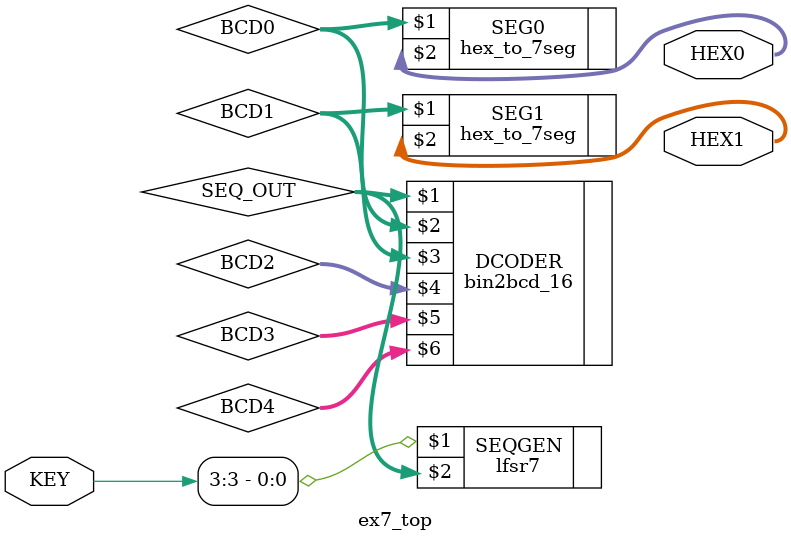
<source format=v>
module ex7_top(
	KEY,
	HEX0, HEX1
);
	input [3:0] KEY;
	output [6:0] HEX0;
	output [6:0] HEX1;
	wire [3:0] BCD0, BCD1, BCD2, BCD3, BCD4;
	wire [6:0] SEQ_OUT;
	
	lfsr7 SEQGEN (KEY[3], SEQ_OUT);
	
	bin2bcd_16 DCODER (SEQ_OUT,BCD0,BCD1,BCD2,BCD3,BCD4);
	
	hex_to_7seg SEG0 (BCD0,HEX0);
	hex_to_7seg SEG1 (BCD1,HEX1);
	
endmodule

</source>
